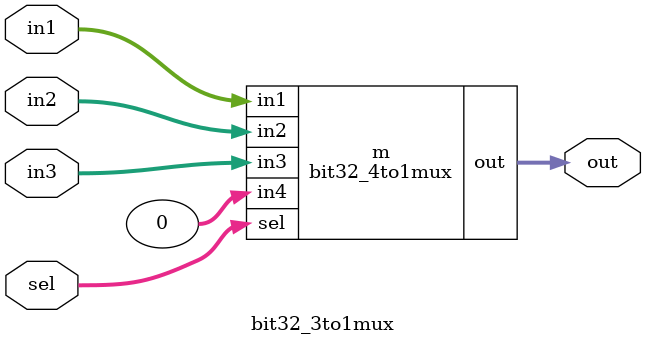
<source format=v>
module mux2to1(out, sel, in1, in2);
	input in1, in2, sel;
	output out;
	wire not_sel, a1, a2;
	not (not_sel, sel);
	and (a1, sel, in2);
	and (a2, not_sel, in1);
	or (out, a1, a2);
endmodule

module bit8_2to1mux(out, sel, in1, in2);
input [7:0] in1, in2;
output [7:0] out;
input sel;
mux2to1 m0(out[0], sel, in1[0], in2[0]);
mux2to1 m1(out[1], sel, in1[1], in2[1]);
mux2to1 m2(out[2], sel, in1[2], in2[2]);
mux2to1 m3(out[3], sel, in1[3], in2[3]);
mux2to1 m4(out[4], sel, in1[4], in2[4]);
mux2to1 m5(out[5], sel, in1[5], in2[5]);
mux2to1 m6(out[6], sel, in1[6], in2[6]);
mux2to1 m7(out[7], sel, in1[7], in2[7]);
endmodule

/* module tb_8bit2to1mux;   
	reg [7:0] INP1, INP2;   
	reg SEL;   
	wire [7:0] out;   
	bit8_2to1mux M1(out,SEL,INP1,INP2);   
	initial   
		begin  
			$monitor($time, " Sel = %b, out = %b", SEL, out);
			INP1=8'b10101010;     
			INP2=8'b01010101;     
			SEL=1'b0;     
			#100 SEL=1'b1;     
			#1000 $finish;   
		end 
endmodule */
	
module bit32_2to1mux(out, sel, in1, in2);
	input [31:0] in1, in2;
	output [31:0] out;
	input sel;
	genvar j;
	generate for (j=0; j< 4; j=j+1) begin: mux_loop
		bit8_2to1mux m1(out[8*j+7:8*j], sel, in1[8*j+7:8*j], in2[8*j+7:8*j]);
	end
	endgenerate

endmodule

module bit32_4to1mux(out, sel, in1, in2, in3, in4);
	input [31:0] in1, in2, in3, in4;
	output [31:0] out;
	wire [31:0] o1, o2;
	input[1:0] sel;
	bit32_2to1mux m1(o1, sel[0], in1, in2);
	bit32_2to1mux m2(o2, sel[0], in3, in4);
	bit32_2to1mux m3(out, sel[1], o1, o2);	
endmodule

module bit32_3to1mux(out, sel, in1, in2, in3);
	input [31:0] in1, in2, in3;
	output [31:0] out;
	input[1:0] sel;
	bit32_4to1mux m(out, sel, in1, in2, in3, 32'b0000000000000000);
endmodule

/*  module tb_32bit3to1mux;   
	reg [31:0] INP1, INP2, INP3;   
	reg [1:0] SEL;   
	wire [31:0] out;   
	bit32_3to1mux M1(out,SEL,INP1,INP2, INP3);   
	initial   
		begin  
			$monitor($time, " Sel = %b, out = %b", SEL, out);
			INP1=32'b10101010101010101010101010101010;     
			INP2=32'b01010101010101010101010101010101;    
			INP3=32'b11010101010101010101010101010111;  
			INP4=32'b00010101010101010101010101010100;
			SEL=2'b00;     
			#100 SEL=2'b01; 
			#100 SEL=2'b10;  	
			#1000 $finish;   
		end 
endmodule */
</source>
